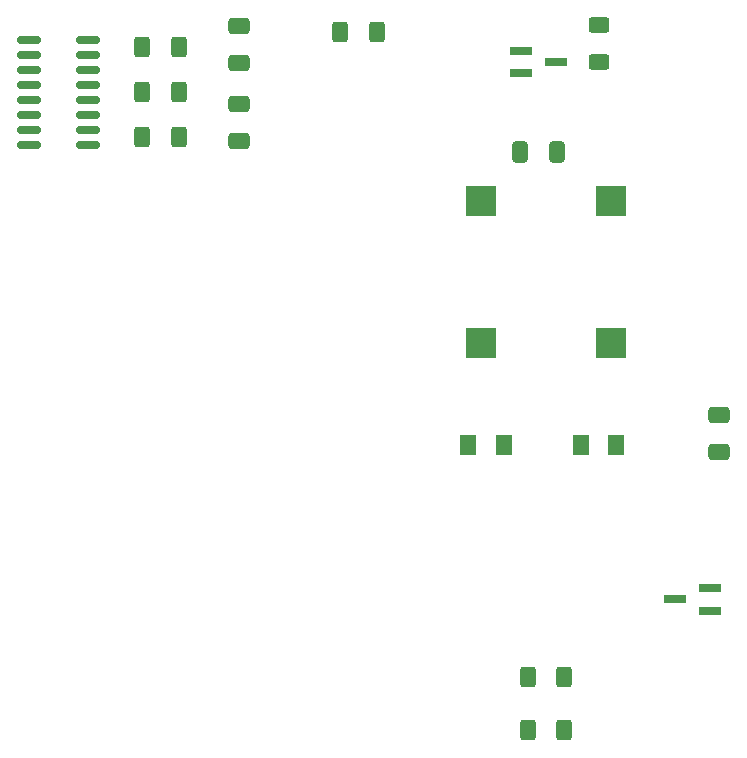
<source format=gbr>
%TF.GenerationSoftware,KiCad,Pcbnew,7.0.1*%
%TF.CreationDate,2023-04-06T15:25:48-05:00*%
%TF.ProjectId,mqtt_particle_sensor,6d717474-5f70-4617-9274-69636c655f73,B*%
%TF.SameCoordinates,Original*%
%TF.FileFunction,Paste,Top*%
%TF.FilePolarity,Positive*%
%FSLAX46Y46*%
G04 Gerber Fmt 4.6, Leading zero omitted, Abs format (unit mm)*
G04 Created by KiCad (PCBNEW 7.0.1) date 2023-04-06 15:25:48*
%MOMM*%
%LPD*%
G01*
G04 APERTURE LIST*
G04 Aperture macros list*
%AMRoundRect*
0 Rectangle with rounded corners*
0 $1 Rounding radius*
0 $2 $3 $4 $5 $6 $7 $8 $9 X,Y pos of 4 corners*
0 Add a 4 corners polygon primitive as box body*
4,1,4,$2,$3,$4,$5,$6,$7,$8,$9,$2,$3,0*
0 Add four circle primitives for the rounded corners*
1,1,$1+$1,$2,$3*
1,1,$1+$1,$4,$5*
1,1,$1+$1,$6,$7*
1,1,$1+$1,$8,$9*
0 Add four rect primitives between the rounded corners*
20,1,$1+$1,$2,$3,$4,$5,0*
20,1,$1+$1,$4,$5,$6,$7,0*
20,1,$1+$1,$6,$7,$8,$9,0*
20,1,$1+$1,$8,$9,$2,$3,0*%
G04 Aperture macros list end*
%ADD10RoundRect,0.150000X-0.825000X-0.150000X0.825000X-0.150000X0.825000X0.150000X-0.825000X0.150000X0*%
%ADD11RoundRect,0.250000X-0.400000X-0.625000X0.400000X-0.625000X0.400000X0.625000X-0.400000X0.625000X0*%
%ADD12R,1.900000X0.800000*%
%ADD13RoundRect,0.250000X-0.650000X0.412500X-0.650000X-0.412500X0.650000X-0.412500X0.650000X0.412500X0*%
%ADD14RoundRect,0.250001X0.462499X0.624999X-0.462499X0.624999X-0.462499X-0.624999X0.462499X-0.624999X0*%
%ADD15RoundRect,0.250000X0.400000X0.625000X-0.400000X0.625000X-0.400000X-0.625000X0.400000X-0.625000X0*%
%ADD16RoundRect,0.250000X0.650000X-0.412500X0.650000X0.412500X-0.650000X0.412500X-0.650000X-0.412500X0*%
%ADD17R,2.500000X2.500000*%
%ADD18RoundRect,0.250000X-0.625000X0.400000X-0.625000X-0.400000X0.625000X-0.400000X0.625000X0.400000X0*%
%ADD19RoundRect,0.250000X-0.412500X-0.650000X0.412500X-0.650000X0.412500X0.650000X-0.412500X0.650000X0*%
G04 APERTURE END LIST*
D10*
%TO.C,U1*%
X73725000Y-46355000D03*
X73725000Y-47625000D03*
X73725000Y-48895000D03*
X73725000Y-50165000D03*
X73725000Y-51435000D03*
X73725000Y-52705000D03*
X73725000Y-53975000D03*
X73725000Y-55245000D03*
X78675000Y-55245000D03*
X78675000Y-53975000D03*
X78675000Y-52705000D03*
X78675000Y-51435000D03*
X78675000Y-50165000D03*
X78675000Y-48895000D03*
X78675000Y-47625000D03*
X78675000Y-46355000D03*
%TD*%
D11*
%TO.C,R3*%
X86360000Y-46990000D03*
X83260000Y-46990000D03*
%TD*%
D12*
%TO.C,Q1*%
X115340000Y-47310000D03*
X115340000Y-49210000D03*
X118340000Y-48260000D03*
%TD*%
D11*
%TO.C,R7*%
X115925000Y-104775000D03*
X119025000Y-104775000D03*
%TD*%
D13*
%TO.C,C2*%
X91440000Y-45173500D03*
X91440000Y-48298500D03*
%TD*%
D14*
%TO.C,D1*%
X113882500Y-80645000D03*
X110907500Y-80645000D03*
%TD*%
D12*
%TO.C,Q2*%
X131360000Y-94700000D03*
X131360000Y-92800000D03*
X128360000Y-93750000D03*
%TD*%
D15*
%TO.C,R2*%
X86360000Y-50800000D03*
X83260000Y-50800000D03*
%TD*%
D14*
%TO.C,D2*%
X123407500Y-80645000D03*
X120432500Y-80645000D03*
%TD*%
D16*
%TO.C,C5*%
X132080000Y-81280000D03*
X132080000Y-78155000D03*
%TD*%
D17*
%TO.C,PS1*%
X111975000Y-60040000D03*
X122975000Y-60040000D03*
X122975000Y-72040000D03*
X111975000Y-72040000D03*
%TD*%
D18*
%TO.C,R5*%
X121920000Y-48260000D03*
X121920000Y-45160000D03*
%TD*%
D15*
%TO.C,R4*%
X103150000Y-45720000D03*
X100050000Y-45720000D03*
%TD*%
%TO.C,R1*%
X86360000Y-54610000D03*
X83260000Y-54610000D03*
%TD*%
D19*
%TO.C,C4*%
X115277500Y-55880000D03*
X118402500Y-55880000D03*
%TD*%
D11*
%TO.C,R6*%
X115925000Y-100330000D03*
X119025000Y-100330000D03*
%TD*%
D16*
%TO.C,C1*%
X91440000Y-54902500D03*
X91440000Y-51777500D03*
%TD*%
M02*

</source>
